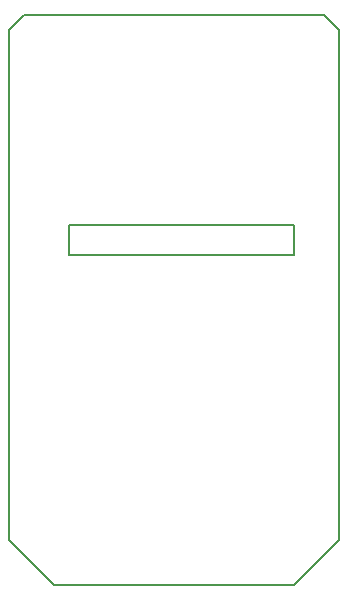
<source format=gbr>
G04 #@! TF.FileFunction,Profile,NP*
%FSLAX46Y46*%
G04 Gerber Fmt 4.6, Leading zero omitted, Abs format (unit mm)*
G04 Created by KiCad (PCBNEW 4.0.0-stable) date 04.02.2016 17:28:42*
%MOMM*%
G01*
G04 APERTURE LIST*
%ADD10C,0.100000*%
%ADD11C,0.150000*%
G04 APERTURE END LIST*
D10*
D11*
X140970000Y-95250000D02*
X140970000Y-97790000D01*
X160020000Y-95250000D02*
X140970000Y-95250000D01*
X160020000Y-97790000D02*
X160020000Y-95250000D01*
X140970000Y-97790000D02*
X160020000Y-97790000D01*
X135890000Y-121920000D02*
X135890000Y-78740000D01*
X139700000Y-125730000D02*
X135890000Y-121920000D01*
X160020000Y-125730000D02*
X139700000Y-125730000D01*
X163830000Y-121920000D02*
X160020000Y-125730000D01*
X163830000Y-78740000D02*
X163830000Y-121920000D01*
X162560000Y-77470000D02*
X163830000Y-78740000D01*
X137160000Y-77470000D02*
X162560000Y-77470000D01*
X135890000Y-78740000D02*
X137160000Y-77470000D01*
M02*

</source>
